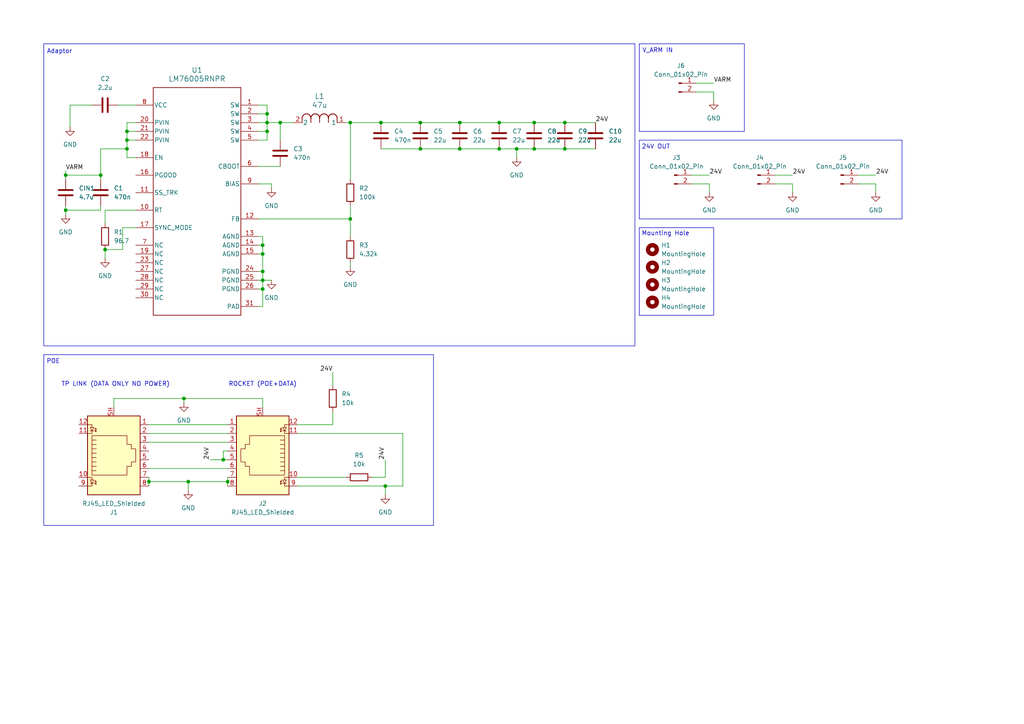
<source format=kicad_sch>
(kicad_sch (version 20231120) (generator "eeschema") (generator_version "8.0")
  (paper "A4")
  (title_block (title "POE Board") (date "2024-10-12") (rev "A") (company "SJSU Robotics") (comment 1 "Chin-Sheng Sung"))
  (lib_symbols
    (symbol "2024-08-24_21-10-46:LM76005RNPR" (pin_names (offset 0.254))
      (property "Reference" "U" (at 0 2.54 0))
      (property "Value" "LM76005RNPR" (at 0 0 0))
      (symbol "LM76005RNPR_0_1"
        (polyline (pts (xy -12.7 -30.48) (xy 12.7 -30.48)) (stroke (width 0.2032)))
        (polyline (pts (xy -12.7 35.56) (xy -12.7 -30.48)) (stroke (width 0.2032)))
        (polyline (pts (xy 12.7 -30.48) (xy 12.7 35.56)) (stroke (width 0.2032)))
        (polyline (pts (xy 12.7 35.56) (xy -12.7 35.56)) (stroke (width 0.2032)))
        (pin power_in line (at 17.78 30.48 180) (length 5.08) (name "SW") (number "1"))
        (pin input line (at -17.78 0 0) (length 5.08) (name "RT") (number "10"))
        (pin input line (at -17.78 5.08 0) (length 5.08) (name "SS_TRK") (number "11"))
        (pin input line (at 17.78 -2.54 180) (length 5.08) (name "FB") (number "12"))
        (pin power_in line (at 17.78 -7.62 180) (length 5.08) (name "AGND") (number "13"))
        (pin power_in line (at 17.78 -10.16 180) (length 5.08) (name "AGND") (number "14"))
        (pin power_in line (at 17.78 -12.7 180) (length 5.08) (name "AGND") (number "15"))
        (pin open_collector line (at -17.78 10.16 0) (length 5.08) (name "PGOOD") (number "16"))
        (pin input line (at -17.78 -5.08 0) (length 5.08) (name "SYNC_MODE") (number "17"))
        (pin input line (at -17.78 15.24 0) (length 5.08) (name "EN") (number "18"))
        (pin unspecified line (at -17.78 -12.7 0) (length 5.08) (name "NC") (number "19"))
        (pin power_in line (at 17.78 27.94 180) (length 5.08) (name "SW") (number "2"))
        (pin power_in line (at -17.78 25.4 0) (length 5.08) (name "PVIN") (number "20"))
        (pin power_in line (at -17.78 22.86 0) (length 5.08) (name "PVIN") (number "21"))
        (pin power_in line (at -17.78 20.32 0) (length 5.08) (name "PVIN") (number "22"))
        (pin unspecified line (at -17.78 -15.24 0) (length 5.08) (name "NC") (number "23"))
        (pin power_in line (at 17.78 -17.78 180) (length 5.08) (name "PGND") (number "24"))
        (pin power_in line (at 17.78 -20.32 180) (length 5.08) (name "PGND") (number "25"))
        (pin power_in line (at 17.78 -22.86 180) (length 5.08) (name "PGND") (number "26"))
        (pin unspecified line (at -17.78 -17.78 0) (length 5.08) (name "NC") (number "27"))
        (pin unspecified line (at -17.78 -20.32 0) (length 5.08) (name "NC") (number "28"))
        (pin unspecified line (at -17.78 -22.86 0) (length 5.08) (name "NC") (number "29"))
        (pin power_in line (at 17.78 25.4 180) (length 5.08) (name "SW") (number "3"))
        (pin unspecified line (at -17.78 -25.4 0) (length 5.08) (name "NC") (number "30"))
        (pin power_in line (at 17.78 -27.94 180) (length 5.08) (name "PAD") (number "31"))
        (pin power_in line (at 17.78 22.86 180) (length 5.08) (name "SW") (number "4"))
        (pin power_in line (at 17.78 20.32 180) (length 5.08) (name "SW") (number "5"))
        (pin power_in line (at 17.78 12.7 180) (length 5.08) (name "CBOOT") (number "6"))
        (pin unspecified line (at -17.78 -10.16 0) (length 5.08) (name "NC") (number "7"))
        (pin power_in line (at -17.78 30.48 0) (length 5.08) (name "VCC") (number "8"))
        (pin unspecified line (at 17.78 7.62 180) (length 5.08) (name "BIAS") (number "9"))
      )
    )
    (symbol "2024-09-03_22-19-47:IHLP6767DZER470M11" (pin_names (offset 0.254))
      (property "Reference" "L" (at 6.985 5.08 0))
      (property "Value" "IHLP6767DZER470M11" (at 6.985 -2.54 0))
      (symbol "IHLP6767DZER470M11_1_1"
        (polyline (pts (xy 2.54 0) (xy 2.54 1.27)) (stroke (width 0.2032)))
        (polyline (pts (xy 5.08 0) (xy 5.08 1.27)) (stroke (width 0.2032)))
        (polyline (pts (xy 7.62 0) (xy 7.62 1.27)) (stroke (width 0.2032)))
        (polyline (pts (xy 10.16 0) (xy 10.16 1.27)) (stroke (width 0.2032)))
        (polyline (pts (xy 12.7 0) (xy 12.7 1.27)) (stroke (width 0.2032)))
        (arc (start 5.08 1.27) (mid 3.81 2.5344) (end 2.54 1.27) (stroke (width 0.254)))
        (arc (start 7.62 1.27) (mid 6.35 2.5344) (end 5.08 1.27) (stroke (width 0.254)))
        (arc (start 10.16 1.27) (mid 8.89 2.5344) (end 7.62 1.27) (stroke (width 0.254)))
        (arc (start 12.7 1.27) (mid 11.43 2.5344) (end 10.16 1.27) (stroke (width 0.254)))
        (pin unspecified line (at 15.24 0 180) (length 2.54) (name "1") (number "1"))
        (pin unspecified line (at 0 0 0) (length 2.54) (name "2") (number "2"))
      )
      (symbol "IHLP6767DZER470M11_1_2"
        (arc (start -1.27 5.08) (mid -2.5344 3.81) (end -1.27 2.54) (stroke (width 0.254)))
        (arc (start -1.27 7.62) (mid -2.5344 6.35) (end -1.27 5.08) (stroke (width 0.254)))
        (arc (start -1.27 10.16) (mid -2.5344 8.89) (end -1.27 7.62) (stroke (width 0.254)))
        (arc (start -1.27 12.7) (mid -2.5344 11.43) (end -1.27 10.16) (stroke (width 0.254)))
        (polyline (pts (xy 0 2.54) (xy -1.27 2.54)) (stroke (width 0.2032)))
        (polyline (pts (xy 0 5.08) (xy -1.27 5.08)) (stroke (width 0.2032)))
        (polyline (pts (xy 0 7.62) (xy -1.27 7.62)) (stroke (width 0.2032)))
        (polyline (pts (xy 0 10.16) (xy -1.27 10.16)) (stroke (width 0.2032)))
        (polyline (pts (xy 0 12.7) (xy -1.27 12.7)) (stroke (width 0.2032)))
        (pin unspecified line (at 0 15.24 270) (length 2.54) (name "1") (number "1"))
        (pin unspecified line (at 0 0 90) (length 2.54) (name "2") (number "2"))
      )
    )
    (symbol "Connector:Conn_01x02_Pin" (pin_names (offset 1.016) hide)
      (property "Reference" "J" (at 0 2.54 0))
      (property "Value" "Conn_01x02_Pin" (at 0 -5.08 0))
      (symbol "Conn_01x02_Pin_1_1"
        (polyline (pts (xy 1.27 -2.54) (xy 0.8636 -2.54)) (stroke (width 0.1524)))
        (polyline (pts (xy 1.27 0) (xy 0.8636 0)) (stroke (width 0.1524)))
        (rectangle (start 0.8636 -2.413) (end 0 -2.667) (stroke (width 0.1524)) (fill (type outline)))
        (rectangle (start 0.8636 0.127) (end 0 -0.127) (stroke (width 0.1524)) (fill (type outline)))
        (pin passive line (at 5.08 0 180) (length 3.81) (name "Pin_1") (number "1"))
        (pin passive line (at 5.08 -2.54 180) (length 3.81) (name "Pin_2") (number "2"))
      )
    )
    (symbol "Connector:RJ45_LED_Shielded" (pin_names (offset 1.016))
      (property "Reference" "J" (at -5.08 13.97 0))
      (property "Value" "RJ45_LED_Shielded" (at 1.27 13.97 0))
      (symbol "RJ45_LED_Shielded_0_1"
        (polyline (pts (xy -7.62 -7.62) (xy -6.35 -7.62)))
        (polyline (pts (xy -7.62 -5.08) (xy -6.35 -5.08)))
        (polyline (pts (xy -7.62 7.62) (xy -6.35 7.62)))
        (polyline (pts (xy -7.62 10.16) (xy -6.35 10.16)))
        (polyline (pts (xy -6.858 -5.842) (xy -5.842 -5.842)))
        (polyline (pts (xy -6.858 9.398) (xy -5.842 9.398)))
        (polyline (pts (xy -6.35 -7.62) (xy -6.35 -6.858)))
        (polyline (pts (xy -6.35 -5.08) (xy -6.35 -5.842)))
        (polyline (pts (xy -6.35 7.62) (xy -6.35 8.382)))
        (polyline (pts (xy -6.35 10.16) (xy -6.35 9.398)))
        (polyline (pts (xy -5.08 -6.223) (xy -5.207 -6.604)))
        (polyline (pts (xy -5.08 -5.588) (xy -5.207 -5.969)))
        (polyline (pts (xy -5.08 4.445) (xy -6.35 4.445)))
        (polyline (pts (xy -5.08 5.715) (xy -6.35 5.715)))
        (polyline (pts (xy -5.08 9.017) (xy -5.207 8.636)))
        (polyline (pts (xy -5.08 9.652) (xy -5.207 9.271)))
        (polyline (pts (xy -6.35 -3.175) (xy -5.08 -3.175) (xy -5.08 -3.175)))
        (polyline (pts (xy -6.35 -1.905) (xy -5.08 -1.905) (xy -5.08 -1.905)))
        (polyline (pts (xy -6.35 -0.635) (xy -5.08 -0.635) (xy -5.08 -0.635)))
        (polyline (pts (xy -6.35 0.635) (xy -5.08 0.635) (xy -5.08 0.635)))
        (polyline (pts (xy -6.35 1.905) (xy -5.08 1.905) (xy -5.08 1.905)))
        (polyline (pts (xy -5.588 -6.731) (xy -5.08 -6.223) (xy -5.461 -6.35)))
        (polyline (pts (xy -5.588 -6.096) (xy -5.08 -5.588) (xy -5.461 -5.715)))
        (polyline (pts (xy -5.588 8.509) (xy -5.08 9.017) (xy -5.461 8.89)))
        (polyline (pts (xy -5.588 9.144) (xy -5.08 9.652) (xy -5.461 9.525)))
        (polyline (pts (xy -5.08 3.175) (xy -6.35 3.175) (xy -6.35 3.175)))
        (polyline (pts (xy -6.35 -5.842) (xy -6.858 -6.858) (xy -5.842 -6.858) (xy -6.35 -5.842)))
        (polyline (pts (xy -6.35 9.398) (xy -6.858 8.382) (xy -5.842 8.382) (xy -6.35 9.398)))
        (polyline (pts (xy -6.35 -4.445) (xy -6.35 6.985) (xy 3.81 6.985) (xy 3.81 4.445) (xy 5.08 4.445) (xy 5.08 3.175) (xy 6.35 3.175) (xy 6.35 -0.635) (xy 5.08 -0.635) (xy 5.08 -1.905) (xy 3.81 -1.905) (xy 3.81 -4.445) (xy -6.35 -4.445) (xy -6.35 -4.445)))
        (rectangle (start 7.62 12.7) (end -7.62 -10.16) (stroke (width 0.254)) (fill (type background)))
      )
      (symbol "RJ45_LED_Shielded_1_1"
        (pin passive line (at 10.16 -7.62 180) (length 2.54) (name "~") (number "1"))
        (pin passive line (at -10.16 7.62 0) (length 2.54) (name "~") (number "10"))
        (pin passive line (at -10.16 -5.08 0) (length 2.54) (name "~") (number "11"))
        (pin passive line (at -10.16 -7.62 0) (length 2.54) (name "~") (number "12"))
        (pin passive line (at 10.16 -5.08 180) (length 2.54) (name "~") (number "2"))
        (pin passive line (at 10.16 -2.54 180) (length 2.54) (name "~") (number "3"))
        (pin passive line (at 10.16 0 180) (length 2.54) (name "~") (number "4"))
        (pin passive line (at 10.16 2.54 180) (length 2.54) (name "~") (number "5"))
        (pin passive line (at 10.16 5.08 180) (length 2.54) (name "~") (number "6"))
        (pin passive line (at 10.16 7.62 180) (length 2.54) (name "~") (number "7"))
        (pin passive line (at 10.16 10.16 180) (length 2.54) (name "~") (number "8"))
        (pin passive line (at -10.16 10.16 0) (length 2.54) (name "~") (number "9"))
        (pin passive line (at 0 -12.7 90) (length 2.54) (name "~") (number "SH"))
      )
    )
    (symbol "Device:C" (pin_numbers hide) (pin_names (offset 0.254))
      (property "Reference" "C" (at 0.635 2.54 0))
      (property "Value" "C" (at 0.635 -2.54 0))
      (symbol "C_0_1"
        (polyline (pts (xy -2.032 -0.762) (xy 2.032 -0.762)) (stroke (width 0.508)))
        (polyline (pts (xy -2.032 0.762) (xy 2.032 0.762)) (stroke (width 0.508)))
      )
      (symbol "C_1_1"
        (pin passive line (at 0 3.81 270) (length 2.794) (name "~") (number "1"))
        (pin passive line (at 0 -3.81 90) (length 2.794) (name "~") (number "2"))
      )
    )
    (symbol "Device:R" (pin_numbers hide) (pin_names (offset 0))
      (property "Reference" "R" (at 2.032 0 90))
      (property "Value" "R" (at 0 0 90))
      (symbol "R_0_1"
        (rectangle (start -1.016 -2.54) (end 1.016 2.54) (stroke (width 0.254)))
      )
      (symbol "R_1_1"
        (pin passive line (at 0 3.81 270) (length 1.27) (name "~") (number "1"))
        (pin passive line (at 0 -3.81 90) (length 1.27) (name "~") (number "2"))
      )
    )
    (symbol "Mechanical:MountingHole" (pin_names (offset 1.016)) (exclude_from_sim yes) (in_bom no)
      (property "Reference" "H" (at 0 5.08 0))
      (property "Value" "MountingHole" (at 0 3.175 0))
      (symbol "MountingHole_0_1"
        (circle (center 0 0) (radius 1.27) (stroke (width 1.27)))
      )
    )
    (symbol "power:GND" (power) (pin_numbers hide) (pin_names (offset 0) hide)
      (property "Value" "GND" (at 0 -3.81 0))
      (symbol "GND_0_1"
        (polyline (pts (xy 0 0) (xy 0 -1.27) (xy 1.27 -1.27) (xy 0 -2.54) (xy -1.27 -1.27) (xy 0 -1.27)))
      )
      (symbol "GND_1_1"
        (pin power_in line (at 0 0 270) (length 0) (name "~") (number "1"))
      )
    )
  )
  (junction (at 121.92 43.18))
  (junction (at 53.34 115.57))
  (junction (at 149.86 43.18))
  (junction (at 76.2 73.66))
  (junction (at 76.2 78.74))
  (junction (at 77.47 33.02))
  (junction (at 101.6 63.5))
  (junction (at 163.83 35.56))
  (junction (at 110.49 35.56))
  (junction (at 154.94 35.56))
  (junction (at 144.78 35.56))
  (junction (at 81.28 35.56))
  (junction (at 77.47 38.1))
  (junction (at 43.18 139.7))
  (junction (at 19.05 50.8))
  (junction (at 133.35 43.18))
  (junction (at 144.78 43.18))
  (junction (at 64.77 133.35))
  (junction (at 66.04 139.7))
  (junction (at 29.21 50.8))
  (junction (at 36.83 40.64))
  (junction (at 36.83 38.1))
  (junction (at 154.94 43.18))
  (junction (at 77.47 35.56))
  (junction (at 121.92 35.56))
  (junction (at 101.6 35.56))
  (junction (at 36.83 43.18))
  (junction (at 30.48 72.39))
  (junction (at 76.2 71.12))
  (junction (at 54.61 139.7))
  (junction (at 163.83 43.18))
  (junction (at 111.76 140.97))
  (junction (at 133.35 35.56))
  (junction (at 76.2 83.82))
  (junction (at 76.2 81.28))
  (junction (at 19.05 60.96))
  (wire (pts (xy 144.78 35.56) (xy 154.94 35.56)))
  (wire (pts (xy 29.21 60.96) (xy 29.21 59.69)))
  (wire (pts (xy 39.37 45.72) (xy 36.83 45.72)))
  (wire (pts (xy 43.18 128.27) (xy 66.04 128.27)))
  (wire (pts (xy 64.77 133.35) (xy 64.77 130.81)))
  (wire (pts (xy 74.93 48.26) (xy 81.28 48.26)))
  (wire (pts (xy 224.79 50.8) (xy 229.87 50.8)))
  (wire (pts (xy 30.48 72.39) (xy 35.56 72.39)))
  (wire (pts (xy 19.05 59.69) (xy 19.05 60.96)))
  (wire (pts (xy 19.05 60.96) (xy 29.21 60.96)))
  (wire (pts (xy 20.32 30.48) (xy 20.32 36.83)))
  (wire (pts (xy 76.2 81.28) (xy 78.74 81.28)))
  (wire (pts (xy 35.56 72.39) (xy 35.56 66.04)))
  (wire (pts (xy 74.93 53.34) (xy 78.74 53.34)))
  (wire (pts (xy 39.37 30.48) (xy 34.29 30.48)))
  (wire (pts (xy 19.05 60.96) (xy 19.05 62.23)))
  (wire (pts (xy 76.2 81.28) (xy 76.2 83.82)))
  (wire (pts (xy 60.96 133.35) (xy 64.77 133.35)))
  (wire (pts (xy 43.18 123.19) (xy 66.04 123.19)))
  (wire (pts (xy 77.47 35.56) (xy 77.47 38.1)))
  (wire (pts (xy 133.35 43.18) (xy 144.78 43.18)))
  (wire (pts (xy 149.86 43.18) (xy 154.94 43.18)))
  (wire (pts (xy 86.36 125.73) (xy 116.84 125.73)))
  (wire (pts (xy 43.18 139.7) (xy 54.61 139.7)))
  (wire (pts (xy 74.93 78.74) (xy 76.2 78.74)))
  (wire (pts (xy 224.79 53.34) (xy 229.87 53.34)))
  (wire (pts (xy 101.6 35.56) (xy 110.49 35.56)))
  (wire (pts (xy 154.94 35.56) (xy 163.83 35.56)))
  (wire (pts (xy 43.18 125.73) (xy 66.04 125.73)))
  (wire (pts (xy 107.95 138.43) (xy 111.76 138.43)))
  (wire (pts (xy 74.93 63.5) (xy 101.6 63.5)))
  (wire (pts (xy 43.18 135.89) (xy 66.04 135.89)))
  (wire (pts (xy 19.05 50.8) (xy 29.21 50.8)))
  (wire (pts (xy 111.76 140.97) (xy 111.76 143.51)))
  (wire (pts (xy 86.36 138.43) (xy 100.33 138.43)))
  (wire (pts (xy 74.93 73.66) (xy 76.2 73.66)))
  (wire (pts (xy 81.28 35.56) (xy 85.09 35.56)))
  (wire (pts (xy 101.6 63.5) (xy 101.6 59.69)))
  (wire (pts (xy 76.2 118.11) (xy 76.2 115.57)))
  (wire (pts (xy 76.2 71.12) (xy 76.2 73.66)))
  (wire (pts (xy 36.83 40.64) (xy 39.37 40.64)))
  (wire (pts (xy 116.84 125.73) (xy 116.84 140.97)))
  (wire (pts (xy 205.74 53.34) (xy 205.74 55.88)))
  (wire (pts (xy 64.77 133.35) (xy 66.04 133.35)))
  (wire (pts (xy 19.05 49.53) (xy 19.05 50.8)))
  (wire (pts (xy 66.04 139.7) (xy 66.04 140.97)))
  (wire (pts (xy 133.35 35.56) (xy 144.78 35.56)))
  (wire (pts (xy 76.2 71.12) (xy 74.93 71.12)))
  (wire (pts (xy 74.93 38.1) (xy 77.47 38.1)))
  (wire (pts (xy 110.49 43.18) (xy 121.92 43.18)))
  (wire (pts (xy 248.92 53.34) (xy 254 53.34)))
  (wire (pts (xy 201.93 24.13) (xy 207.01 24.13)))
  (wire (pts (xy 74.93 40.64) (xy 77.47 40.64)))
  (wire (pts (xy 76.2 83.82) (xy 76.2 88.9)))
  (wire (pts (xy 254 53.34) (xy 254 55.88)))
  (wire (pts (xy 36.83 43.18) (xy 36.83 40.64)))
  (wire (pts (xy 81.28 35.56) (xy 81.28 40.64)))
  (wire (pts (xy 77.47 35.56) (xy 81.28 35.56)))
  (wire (pts (xy 36.83 43.18) (xy 29.21 43.18)))
  (wire (pts (xy 74.93 81.28) (xy 76.2 81.28)))
  (wire (pts (xy 74.93 88.9) (xy 76.2 88.9)))
  (wire (pts (xy 36.83 35.56) (xy 39.37 35.56)))
  (wire (pts (xy 163.83 43.18) (xy 172.72 43.18)))
  (wire (pts (xy 26.67 30.48) (xy 20.32 30.48)))
  (wire (pts (xy 77.47 38.1) (xy 77.47 40.64)))
  (wire (pts (xy 53.34 115.57) (xy 53.34 116.84)))
  (wire (pts (xy 78.74 53.34) (xy 78.74 54.61)))
  (wire (pts (xy 77.47 30.48) (xy 77.47 33.02)))
  (wire (pts (xy 64.77 130.81) (xy 66.04 130.81)))
  (wire (pts (xy 36.83 38.1) (xy 36.83 35.56)))
  (wire (pts (xy 248.92 50.8) (xy 254 50.8)))
  (wire (pts (xy 96.52 123.19) (xy 96.52 119.38)))
  (wire (pts (xy 154.94 43.18) (xy 163.83 43.18)))
  (wire (pts (xy 149.86 43.18) (xy 149.86 45.72)))
  (wire (pts (xy 76.2 78.74) (xy 76.2 81.28)))
  (wire (pts (xy 29.21 50.8) (xy 29.21 52.07)))
  (wire (pts (xy 111.76 138.43) (xy 111.76 133.35)))
  (wire (pts (xy 201.93 26.67) (xy 207.01 26.67)))
  (wire (pts (xy 54.61 139.7) (xy 66.04 139.7)))
  (wire (pts (xy 76.2 73.66) (xy 76.2 78.74)))
  (wire (pts (xy 19.05 50.8) (xy 19.05 52.07)))
  (wire (pts (xy 110.49 35.56) (xy 121.92 35.56)))
  (wire (pts (xy 111.76 140.97) (xy 86.36 140.97)))
  (wire (pts (xy 76.2 68.58) (xy 76.2 71.12)))
  (wire (pts (xy 29.21 43.18) (xy 29.21 50.8)))
  (wire (pts (xy 36.83 38.1) (xy 39.37 38.1)))
  (wire (pts (xy 101.6 77.47) (xy 101.6 76.2)))
  (wire (pts (xy 116.84 140.97) (xy 111.76 140.97)))
  (wire (pts (xy 36.83 45.72) (xy 36.83 43.18)))
  (wire (pts (xy 207.01 26.67) (xy 207.01 29.21)))
  (wire (pts (xy 96.52 111.76) (xy 96.52 107.95)))
  (wire (pts (xy 100.33 35.56) (xy 101.6 35.56)))
  (wire (pts (xy 200.66 53.34) (xy 205.74 53.34)))
  (wire (pts (xy 144.78 43.18) (xy 149.86 43.18)))
  (wire (pts (xy 74.93 68.58) (xy 76.2 68.58)))
  (wire (pts (xy 101.6 68.58) (xy 101.6 63.5)))
  (wire (pts (xy 77.47 33.02) (xy 77.47 35.56)))
  (wire (pts (xy 74.93 35.56) (xy 77.47 35.56)))
  (wire (pts (xy 54.61 139.7) (xy 54.61 142.24)))
  (wire (pts (xy 39.37 60.96) (xy 30.48 60.96)))
  (wire (pts (xy 35.56 66.04) (xy 39.37 66.04)))
  (wire (pts (xy 229.87 53.34) (xy 229.87 55.88)))
  (wire (pts (xy 30.48 72.39) (xy 30.48 74.93)))
  (wire (pts (xy 101.6 52.07) (xy 101.6 35.56)))
  (wire (pts (xy 74.93 33.02) (xy 77.47 33.02)))
  (wire (pts (xy 66.04 138.43) (xy 66.04 139.7)))
  (wire (pts (xy 121.92 43.18) (xy 133.35 43.18)))
  (wire (pts (xy 76.2 83.82) (xy 74.93 83.82)))
  (wire (pts (xy 74.93 30.48) (xy 77.47 30.48)))
  (wire (pts (xy 163.83 35.56) (xy 172.72 35.56)))
  (wire (pts (xy 43.18 138.43) (xy 43.18 139.7)))
  (wire (pts (xy 53.34 115.57) (xy 33.02 115.57)))
  (wire (pts (xy 33.02 115.57) (xy 33.02 118.11)))
  (wire (pts (xy 200.66 50.8) (xy 205.74 50.8)))
  (wire (pts (xy 86.36 123.19) (xy 96.52 123.19)))
  (wire (pts (xy 43.18 139.7) (xy 43.18 140.97)))
  (wire (pts (xy 30.48 60.96) (xy 30.48 64.77)))
  (wire (pts (xy 121.92 35.56) (xy 133.35 35.56)))
  (wire (pts (xy 36.83 40.64) (xy 36.83 38.1)))
  (wire (pts (xy 76.2 115.57) (xy 53.34 115.57)))
  (rectangle (start 12.7 102.87) (end 125.73 152.4))
  (rectangle (start 185.42 12.7) (end 215.9 38.1))
  (rectangle (start 185.42 40.64) (end 261.62 63.5))
  (rectangle (start 185.42 66.04) (end 207.01 91.44))
  (rectangle (start 12.7 12.7) (end 184.15 100.33))
  (text "24V OUT" (at 190.246 42.672 0) (effects (font (size 1.27 1.27))))
  (text "ROCKET (POE+DATA)" (at 76.2 111.506 0) (effects (font (size 1.27 1.27))))
  (text "TP LINK (DATA ONLY NO POWER)" (at 33.528 111.506 0) (effects (font (size 1.27 1.27))))
  (text "V_ARM IN" (at 190.754 14.732 0) (effects (font (size 1.27 1.27))))
  (text "Mounting Hole\n" (at 193.04 67.818 0) (effects (font (size 1.27 1.27))))
  (text "Adaptor" (at 17.272 14.986 0) (effects (font (size 1.27 1.27))))
  (text "POE\n" (at 13.462 104.902 0) (effects (font (size 1.27 1.27)) (justify left)))
  (label "24V" (at 60.96 133.35 90))
  (label "24V" (at 229.87 50.8 0))
  (label "24V" (at 205.74 50.8 0))
  (label "24V" (at 172.72 35.56 0))
  (label "VARM" (at 19.05 49.53 0))
  (label "24V" (at 111.76 133.35 90))
  (label "VARM" (at 207.01 24.13 0))
  (label "24V" (at 254 50.8 0))
  (label "24V" (at 96.52 107.95 180))
  (symbol (lib_id "Mechanical:MountingHole") (at 189.23 87.63 0) (unit 1) (exclude_from_sim yes) (in_bom no)
    (property "Reference" "H4" (at 191.77 86.3599 0) (effects (justify left)))
    (property "Value" "MountingHole" (at 191.77 88.8999 0) (effects (justify left)))
    (property "Footprint" "MountingHole:MountingHole_3.2mm_M3" (effects (hide yes)))
    (property "Description" "Mounting Hole without connection" (effects (hide yes)))
  )
  (symbol (lib_id "power:GND") (at 19.05 62.23 0) (unit 1)
    (property "Reference" "#PWR03" (effects (hide yes)))
    (property "Value" "GND" (at 19.05 67.31 0))
    (property "Description" "Power symbol creates a global label with name \"GND\" , ground" (effects (hide yes)))
  )
  (symbol (lib_id "power:GND") (at 78.74 81.28 0) (unit 1)
    (property "Reference" "#PWR05" (effects (hide yes)))
    (property "Value" "GND" (at 78.74 86.36 0))
    (property "Description" "Power symbol creates a global label with name \"GND\" , ground" (effects (hide yes)))
  )
  (symbol (lib_id "power:GND") (at 78.74 54.61 0) (unit 1)
    (property "Reference" "#PWR08" (effects (hide yes)))
    (property "Value" "GND" (at 78.74 59.69 0))
    (property "Description" "Power symbol creates a global label with name \"GND\" , ground" (effects (hide yes)))
  )
  (symbol (lib_id "power:GND") (at 149.86 45.72 0) (unit 1)
    (property "Reference" "#PWR07" (effects (hide yes)))
    (property "Value" "GND" (at 149.86 50.8 0))
    (property "Description" "Power symbol creates a global label with name \"GND\" , ground" (effects (hide yes)))
  )
  (symbol (lib_id "Device:C") (at 133.35 39.37 180) (unit 1)
    (property "Reference" "C6" (at 137.16 38.0999 0) (effects (justify right)))
    (property "Value" "22u" (at 137.16 40.6399 0) (effects (justify right)))
    (property "Footprint" "Capacitor_SMD:C_0805_2012Metric_Pad1.18x1.45mm_HandSolder" (effects (hide yes)))
    (property "Description" "Unpolarized capacitor" (effects (hide yes)))
  )
  (symbol (lib_id "power:GND") (at 30.48 74.93 0) (unit 1)
    (property "Reference" "#PWR04" (effects (hide yes)))
    (property "Value" "GND" (at 30.48 80.01 0))
    (property "Description" "Power symbol creates a global label with name \"GND\" , ground" (effects (hide yes)))
  )
  (symbol (lib_id "Connector:Conn_01x02_Pin") (at 243.84 50.8 0) (unit 1)
    (property "Reference" "J5" (at 244.475 45.72 0))
    (property "Value" "Conn_01x02_Pin" (at 244.475 48.26 0))
    (property "Footprint" "Connector_AMASS:AMASS_XT60PW-M_1x02_P7.20mm_Horizontal" (effects (hide yes)))
    (property "Description" "Generic connector, single row, 01x02, script generated" (effects (hide yes)))
  )
  (symbol (lib_id "power:GND") (at 229.87 55.88 0) (unit 1)
    (property "Reference" "#PWR011" (effects (hide yes)))
    (property "Value" "GND" (at 229.87 60.96 0))
    (property "Description" "Power symbol creates a global label with name \"GND\" , ground" (effects (hide yes)))
  )
  (symbol (lib_id "power:GND") (at 111.76 143.51 0) (unit 1)
    (property "Reference" "#PWR010" (effects (hide yes)))
    (property "Value" "GND" (at 111.76 148.59 0))
    (property "Description" "Power symbol creates a global label with name \"GND\" , ground" (effects (hide yes)))
  )
  (symbol (lib_id "Device:C") (at 110.49 39.37 180) (unit 1)
    (property "Reference" "C4" (at 114.3 38.0999 0) (effects (justify right)))
    (property "Value" "470n" (at 114.3 40.6399 0) (effects (justify right)))
    (property "Footprint" "Capacitor_SMD:C_0603_1608Metric" (effects (hide yes)))
    (property "Description" "Unpolarized capacitor" (effects (hide yes)))
  )
  (symbol (lib_id "Device:C") (at 30.48 30.48 90) (unit 1)
    (property "Reference" "C2" (at 30.48 22.86 90))
    (property "Value" "2.2u" (at 30.48 25.4 90))
    (property "Footprint" "Capacitor_SMD:C_0603_1608Metric_Pad1.08x0.95mm_HandSolder" (effects (hide yes)))
    (property "Description" "Unpolarized capacitor" (effects (hide yes)))
  )
  (symbol (lib_id "power:GND") (at 205.74 55.88 0) (unit 1)
    (property "Reference" "#PWR02" (effects (hide yes)))
    (property "Value" "GND" (at 205.74 60.96 0))
    (property "Description" "Power symbol creates a global label with name \"GND\" , ground" (effects (hide yes)))
  )
  (symbol (lib_id "Device:C") (at 154.94 39.37 180) (unit 1)
    (property "Reference" "C8" (at 158.75 38.0999 0) (effects (justify right)))
    (property "Value" "22u" (at 158.75 40.6399 0) (effects (justify right)))
    (property "Footprint" "Capacitor_SMD:C_0805_2012Metric_Pad1.18x1.45mm_HandSolder" (effects (hide yes)))
    (property "Description" "Unpolarized capacitor" (effects (hide yes)))
  )
  (symbol (lib_id "Connector:RJ45_LED_Shielded") (at 33.02 130.81 0) (mirror x) (unit 1)
    (property "Reference" "J1" (at 33.02 148.59 0))
    (property "Value" "RJ45_LED_Shielded" (at 33.02 146.05 0))
    (property "Footprint" "Connector_RJ:RJ45_Connfly_DS1128-09-S8xx-S_Horizontal" (effects (hide yes)))
    (property "Description" "RJ connector, 8P8C (8 positions 8 connected), two LEDs, Shielded" (effects (hide yes)))
  )
  (symbol (lib_id "power:GND") (at 54.61 142.24 0) (unit 1)
    (property "Reference" "#PWR09" (effects (hide yes)))
    (property "Value" "GND" (at 54.61 147.32 0))
    (property "Description" "Power symbol creates a global label with name \"GND\" , ground" (effects (hide yes)))
  )
  (symbol (lib_id "Device:C") (at 29.21 55.88 0) (unit 1)
    (property "Reference" "C1" (at 33.02 54.6099 0) (effects (justify left)))
    (property "Value" "470n" (at 33.02 57.1499 0) (effects (justify left)))
    (property "Footprint" "Capacitor_SMD:C_0805_2012Metric_Pad1.18x1.45mm_HandSolder" (effects (hide yes)))
    (property "Description" "Unpolarized capacitor" (effects (hide yes)))
  )
  (symbol (lib_id "Device:R") (at 96.52 115.57 0) (unit 1)
    (property "Reference" "R4" (at 99.06 114.2999 0) (effects (justify left)))
    (property "Value" "10k" (at 99.06 116.8399 0) (effects (justify left)))
    (property "Footprint" "Resistor_SMD:R_0603_1608Metric_Pad0.98x0.95mm_HandSolder" (effects (hide yes)))
    (property "Description" "Resistor" (effects (hide yes)))
  )
  (symbol (lib_id "Connector:Conn_01x02_Pin") (at 195.58 50.8 0) (unit 1)
    (property "Reference" "J3" (at 196.215 45.72 0))
    (property "Value" "Conn_01x02_Pin" (at 196.215 48.26 0))
    (property "Footprint" "SJSU_common:Pluggable_Terminal_2.54mm_2P_Horizontal" (effects (hide yes)))
    (property "Description" "Generic connector, single row, 01x02, script generated" (effects (hide yes)))
  )
  (symbol (lib_id "power:GND") (at 53.34 116.84 0) (unit 1)
    (property "Reference" "#PWR014" (effects (hide yes)))
    (property "Value" "GND" (at 53.34 121.92 0))
    (property "Description" "Power symbol creates a global label with name \"GND\" , ground" (effects (hide yes)))
  )
  (symbol (lib_id "Connector:Conn_01x02_Pin") (at 196.85 24.13 0) (unit 1)
    (property "Reference" "J6" (at 197.485 19.05 0))
    (property "Value" "Conn_01x02_Pin" (at 197.485 21.59 0))
    (property "Footprint" "Connector_AMASS:AMASS_XT60PW-M_1x02_P7.20mm_Horizontal" (effects (hide yes)))
    (property "Description" "Generic connector, single row, 01x02, script generated" (effects (hide yes)))
  )
  (symbol (lib_id "Device:R") (at 104.14 138.43 90) (unit 1)
    (property "Reference" "R5" (at 104.14 132.08 90))
    (property "Value" "10k" (at 104.14 134.62 90))
    (property "Footprint" "Resistor_SMD:R_0603_1608Metric_Pad0.98x0.95mm_HandSolder" (effects (hide yes)))
    (property "Description" "Resistor" (effects (hide yes)))
  )
  (symbol (lib_id "2024-08-24_21-10-46:LM76005RNPR") (at 57.15 60.96 0) (unit 1)
    (property "Reference" "U1" (at 57.15 20.32 0) (effects (font (size 1.524 1.524))))
    (property "Value" "LM76005RNPR" (at 57.15 22.86 0) (effects (font (size 1.524 1.524))))
    (property "Footprint" "RNP0030A" (effects (hide yes)))
    (property "Datasheet" "LM76005RNPR" (effects (hide yes)))
  )
  (symbol (lib_id "Connector:RJ45_LED_Shielded") (at 76.2 130.81 180) (unit 1)
    (property "Reference" "J2" (at 76.2 146.05 0))
    (property "Value" "RJ45_LED_Shielded" (at 76.2 148.59 0))
    (property "Footprint" "Connector_RJ:RJ45_Connfly_DS1128-09-S8xx-S_Horizontal" (effects (hide yes)))
    (property "Description" "RJ connector, 8P8C (8 positions 8 connected), two LEDs, Shielded" (effects (hide yes)))
  )
  (symbol (lib_id "Connector:Conn_01x02_Pin") (at 219.71 50.8 0) (unit 1)
    (property "Reference" "J4" (at 220.345 45.72 0))
    (property "Value" "Conn_01x02_Pin" (at 220.345 48.26 0))
    (property "Footprint" "SJSU_common:Pluggable_Terminal_2.54mm_2P_Horizontal" (effects (hide yes)))
    (property "Description" "Generic connector, single row, 01x02, script generated" (effects (hide yes)))
  )
  (symbol (lib_id "Device:C") (at 121.92 39.37 180) (unit 1)
    (property "Reference" "C5" (at 125.73 38.0999 0) (effects (justify right)))
    (property "Value" "22u" (at 125.73 40.6399 0) (effects (justify right)))
    (property "Footprint" "Capacitor_SMD:C_0805_2012Metric_Pad1.18x1.45mm_HandSolder" (effects (hide yes)))
    (property "Description" "Unpolarized capacitor" (effects (hide yes)))
  )
  (symbol (lib_id "Device:C") (at 19.05 55.88 0) (unit 1)
    (property "Reference" "CIN1" (at 22.86 54.6099 0) (effects (justify left)))
    (property "Value" "4.7u" (at 22.86 57.1499 0) (effects (justify left)))
    (property "Footprint" "Capacitor_SMD:C_1210_3225Metric_Pad1.33x2.70mm_HandSolder" (effects (hide yes)))
    (property "Description" "Unpolarized capacitor" (effects (hide yes)))
  )
  (symbol (lib_id "Device:R") (at 101.6 72.39 0) (unit 1)
    (property "Reference" "R3" (at 104.14 71.1199 0) (effects (justify left)))
    (property "Value" "4.32k" (at 104.14 73.6599 0) (effects (justify left)))
    (property "Footprint" "Capacitor_SMD:C_0603_1608Metric_Pad1.08x0.95mm_HandSolder" (effects (hide yes)))
    (property "Description" "Resistor" (effects (hide yes)))
  )
  (symbol (lib_id "Device:C") (at 172.72 39.37 180) (unit 1)
    (property "Reference" "C10" (at 176.53 38.0999 0) (effects (justify right)))
    (property "Value" "22u" (at 176.53 40.6399 0) (effects (justify right)))
    (property "Footprint" "Capacitor_SMD:C_0805_2012Metric_Pad1.18x1.45mm_HandSolder" (effects (hide yes)))
    (property "Description" "Unpolarized capacitor" (effects (hide yes)))
  )
  (symbol (lib_id "Mechanical:MountingHole") (at 189.23 77.47 0) (unit 1) (exclude_from_sim yes) (in_bom no)
    (property "Reference" "H2" (at 191.77 76.1999 0) (effects (justify left)))
    (property "Value" "MountingHole" (at 191.77 78.7399 0) (effects (justify left)))
    (property "Footprint" "MountingHole:MountingHole_3.2mm_M3" (effects (hide yes)))
    (property "Description" "Mounting Hole without connection" (effects (hide yes)))
  )
  (symbol (lib_id "Device:R") (at 101.6 55.88 0) (unit 1)
    (property "Reference" "R2" (at 104.14 54.6099 0) (effects (justify left)))
    (property "Value" "100k" (at 104.14 57.1499 0) (effects (justify left)))
    (property "Footprint" "Resistor_SMD:R_0603_1608Metric_Pad0.98x0.95mm_HandSolder" (effects (hide yes)))
    (property "Description" "Resistor" (effects (hide yes)))
  )
  (symbol (lib_id "power:GND") (at 207.01 29.21 0) (unit 1)
    (property "Reference" "#PWR013" (effects (hide yes)))
    (property "Value" "GND" (at 207.01 34.29 0))
    (property "Description" "Power symbol creates a global label with name \"GND\" , ground" (effects (hide yes)))
  )
  (symbol (lib_id "Device:C") (at 81.28 44.45 180) (unit 1)
    (property "Reference" "C3" (at 85.09 43.1799 0) (effects (justify right)))
    (property "Value" "470n" (at 85.09 45.7199 0) (effects (justify right)))
    (property "Footprint" "Capacitor_SMD:C_0603_1608Metric_Pad1.08x0.95mm_HandSolder" (effects (hide yes)))
    (property "Description" "Unpolarized capacitor" (effects (hide yes)))
  )
  (symbol (lib_id "Mechanical:MountingHole") (at 189.23 72.39 0) (unit 1) (exclude_from_sim yes) (in_bom no)
    (property "Reference" "H1" (at 191.77 71.1199 0) (effects (justify left)))
    (property "Value" "MountingHole" (at 191.77 73.6599 0) (effects (justify left)))
    (property "Footprint" "MountingHole:MountingHole_3.2mm_M3" (effects (hide yes)))
    (property "Description" "Mounting Hole without connection" (effects (hide yes)))
  )
  (symbol (lib_id "Device:R") (at 30.48 68.58 0) (unit 1)
    (property "Reference" "R1" (at 33.02 67.3099 0) (effects (justify left)))
    (property "Value" "96.7" (at 33.02 69.8499 0) (effects (justify left)))
    (property "Footprint" "Resistor_SMD:R_0603_1608Metric_Pad0.98x0.95mm_HandSolder" (effects (hide yes)))
    (property "Description" "Resistor" (effects (hide yes)))
  )
  (symbol (lib_id "Mechanical:MountingHole") (at 189.23 82.55 0) (unit 1) (exclude_from_sim yes) (in_bom no)
    (property "Reference" "H3" (at 191.77 81.2799 0) (effects (justify left)))
    (property "Value" "MountingHole" (at 191.77 83.8199 0) (effects (justify left)))
    (property "Footprint" "MountingHole:MountingHole_3.2mm_M3" (effects (hide yes)))
    (property "Description" "Mounting Hole without connection" (effects (hide yes)))
  )
  (symbol (lib_id "power:GND") (at 20.32 36.83 0) (unit 1)
    (property "Reference" "#PWR01" (effects (hide yes)))
    (property "Value" "GND" (at 20.32 41.91 0))
    (property "Description" "Power symbol creates a global label with name \"GND\" , ground" (effects (hide yes)))
  )
  (symbol (lib_id "2024-09-03_22-19-47:IHLP6767DZER470M11") (at 85.09 35.56 0) (unit 1)
    (property "Reference" "L1" (at 92.71 27.94 0) (effects (font (size 1.524 1.524))))
    (property "Value" "47u" (at 92.71 30.48 0) (effects (font (size 1.524 1.524))))
    (property "Footprint" "IND_IHLP-6767DZ_VIS" (effects (hide yes)))
    (property "Datasheet" "IHLP6767DZER470M11" (effects (hide yes)))
  )
  (symbol (lib_id "power:GND") (at 254 55.88 0) (unit 1)
    (property "Reference" "#PWR012" (effects (hide yes)))
    (property "Value" "GND" (at 254 60.96 0))
    (property "Description" "Power symbol creates a global label with name \"GND\" , ground" (effects (hide yes)))
  )
  (symbol (lib_id "power:GND") (at 101.6 77.47 0) (unit 1)
    (property "Reference" "#PWR06" (effects (hide yes)))
    (property "Value" "GND" (at 101.6 82.55 0))
    (property "Description" "Power symbol creates a global label with name \"GND\" , ground" (effects (hide yes)))
  )
  (symbol (lib_id "Device:C") (at 163.83 39.37 180) (unit 1)
    (property "Reference" "C9" (at 167.64 38.0999 0) (effects (justify right)))
    (property "Value" "22u" (at 167.64 40.6399 0) (effects (justify right)))
    (property "Footprint" "Capacitor_SMD:C_0805_2012Metric_Pad1.18x1.45mm_HandSolder" (effects (hide yes)))
    (property "Description" "Unpolarized capacitor" (effects (hide yes)))
  )
  (symbol (lib_id "Device:C") (at 144.78 39.37 180) (unit 1)
    (property "Reference" "C7" (at 148.59 38.0999 0) (effects (justify right)))
    (property "Value" "22u" (at 148.59 40.6399 0) (effects (justify right)))
    (property "Footprint" "Capacitor_SMD:C_0805_2012Metric_Pad1.18x1.45mm_HandSolder" (effects (hide yes)))
    (property "Description" "Unpolarized capacitor" (effects (hide yes)))
  )
)
</source>
